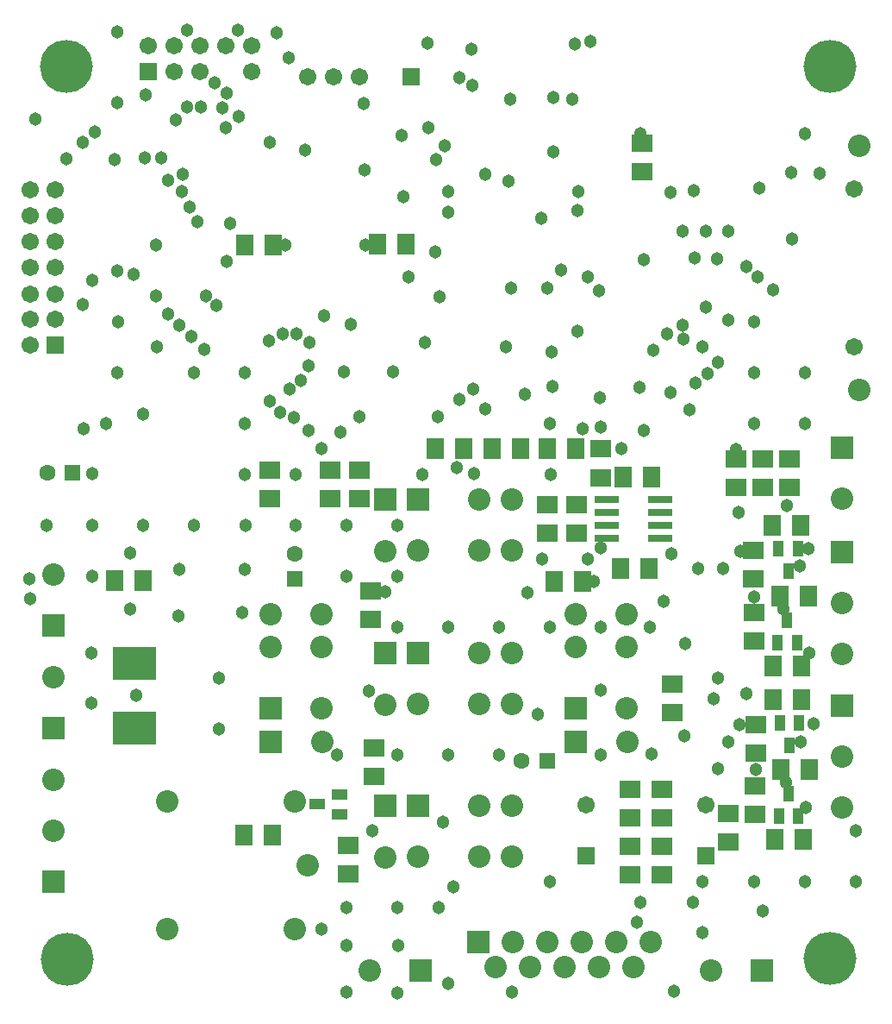
<source format=gts>
%FSLAX43Y43*%
%MOMM*%
G71*
G01*
G75*
%ADD10C,0.300*%
%ADD11R,1.800X1.600*%
%ADD12R,1.600X1.800*%
%ADD13R,4.000X3.000*%
%ADD14R,0.850X1.300*%
%ADD15R,1.300X0.850*%
%ADD16R,2.200X0.600*%
%ADD17R,2.200X0.600*%
%ADD18C,1.000*%
%ADD19C,0.400*%
%ADD20C,0.500*%
%ADD21C,0.800*%
%ADD22C,0.600*%
%ADD23C,2.000*%
%ADD24C,1.500*%
%ADD25R,1.400X1.400*%
%ADD26C,1.400*%
%ADD27C,5.000*%
%ADD28R,1.500X1.500*%
%ADD29C,1.500*%
%ADD30R,2.000X2.000*%
%ADD31C,1.100*%
%ADD32C,0.075*%
%ADD33R,1.600X2.100*%
%ADD34R,0.600X2.200*%
%ADD35R,0.600X2.200*%
%ADD36R,1.000X2.600*%
%ADD37R,10.200X7.300*%
%ADD38R,1.500X3.000*%
%ADD39R,12.200X9.300*%
%ADD40R,0.800X1.600*%
%ADD41R,1.600X2.800*%
%ADD42R,1.850X0.600*%
%ADD43R,1.700X2.200*%
%ADD44R,1.700X3.000*%
%ADD45R,1.700X2.800*%
%ADD46R,1.600X1.600*%
%ADD47C,1.500*%
%ADD48R,2.003X1.803*%
%ADD49R,1.803X2.003*%
%ADD50R,4.203X3.203*%
%ADD51R,1.053X1.503*%
%ADD52R,1.503X1.053*%
%ADD53R,2.403X0.803*%
%ADD54R,2.403X0.803*%
%ADD55C,2.203*%
%ADD56C,1.703*%
%ADD57R,1.603X1.603*%
%ADD58C,1.603*%
%ADD59C,5.203*%
%ADD60R,1.703X1.703*%
%ADD61C,1.703*%
%ADD62R,2.203X2.203*%
%ADD63C,1.303*%
D48*
X57507Y52188D02*
D03*
Y54988D02*
D03*
X35183Y25624D02*
D03*
X34883Y41024D02*
D03*
X33783Y52924D02*
D03*
X76011Y51200D02*
D03*
Y54000D02*
D03*
X72517Y36176D02*
D03*
Y38976D02*
D03*
X72483Y45024D02*
D03*
X72483Y42224D02*
D03*
X72667Y19126D02*
D03*
Y21926D02*
D03*
X72683Y27924D02*
D03*
X72683Y25124D02*
D03*
X33783Y50124D02*
D03*
X34883Y38224D02*
D03*
X24983Y52924D02*
D03*
X24983Y50124D02*
D03*
X35183Y22824D02*
D03*
X30907Y50088D02*
D03*
Y52888D02*
D03*
X32693Y16112D02*
D03*
X32693Y13312D02*
D03*
X61493Y85012D02*
D03*
X61493Y82212D02*
D03*
X52207Y46688D02*
D03*
Y49488D02*
D03*
X55107Y46688D02*
D03*
Y49488D02*
D03*
X70793Y54012D02*
D03*
X70793Y51212D02*
D03*
X70000Y19200D02*
D03*
Y16400D02*
D03*
X73407Y51188D02*
D03*
Y53988D02*
D03*
X64493Y31912D02*
D03*
X64493Y29112D02*
D03*
X63450Y13200D02*
D03*
Y16000D02*
D03*
X60343Y16012D02*
D03*
X60343Y13212D02*
D03*
X63443Y21612D02*
D03*
X63443Y18812D02*
D03*
X60343Y21612D02*
D03*
X60343Y18812D02*
D03*
D49*
X59688Y52193D02*
D03*
X62488Y52193D02*
D03*
X55724Y42017D02*
D03*
X75076Y40583D02*
D03*
X77876Y40583D02*
D03*
X77124Y47517D02*
D03*
X74324Y47517D02*
D03*
X75126Y23533D02*
D03*
X77926Y23533D02*
D03*
X77224Y30417D02*
D03*
X74424Y30417D02*
D03*
X52924Y42017D02*
D03*
X22395Y17091D02*
D03*
X25195D02*
D03*
X9688Y42093D02*
D03*
X12488D02*
D03*
X22488Y74993D02*
D03*
X25288Y74993D02*
D03*
X38312Y75106D02*
D03*
X35512D02*
D03*
X46788Y54993D02*
D03*
X49588Y54993D02*
D03*
X55012Y55007D02*
D03*
X52212Y55007D02*
D03*
X44012Y55007D02*
D03*
X41212Y55007D02*
D03*
X74388Y33693D02*
D03*
X77188Y33693D02*
D03*
X59388Y43293D02*
D03*
X62188Y43293D02*
D03*
X77338Y16643D02*
D03*
X74538Y16643D02*
D03*
D50*
X11694Y27591D02*
D03*
Y33941D02*
D03*
D51*
X76750Y35994D02*
D03*
X74850Y35994D02*
D03*
X75800Y38194D02*
D03*
X74950Y45206D02*
D03*
X76850Y45206D02*
D03*
X75900Y43006D02*
D03*
X76900Y18944D02*
D03*
X75000Y18944D02*
D03*
X75950Y21144D02*
D03*
X75050Y28106D02*
D03*
X76950Y28106D02*
D03*
X76000Y25906D02*
D03*
D52*
X31802Y21052D02*
D03*
X31802Y19152D02*
D03*
X29602Y20102D02*
D03*
D53*
X63300Y47465D02*
D03*
Y48735D02*
D03*
X63300Y50005D02*
D03*
X58100Y46195D02*
D03*
X58100Y47465D02*
D03*
Y48735D02*
D03*
X58100Y50005D02*
D03*
D54*
X63300Y46195D02*
D03*
D55*
X82896Y60812D02*
D03*
Y84712D02*
D03*
X68308Y3792D02*
D03*
X3700Y42700D02*
D03*
X81208Y50108D02*
D03*
X81204Y39899D02*
D03*
X81204Y34899D02*
D03*
X81204Y24799D02*
D03*
X81204Y19799D02*
D03*
X3700Y32600D02*
D03*
X34800Y3800D02*
D03*
X3699Y17499D02*
D03*
Y22499D02*
D03*
X27404Y20408D02*
D03*
X28704Y14108D02*
D03*
X14904Y20408D02*
D03*
Y7908D02*
D03*
X27404D02*
D03*
X39516Y29999D02*
D03*
X48766Y14997D02*
D03*
Y19997D02*
D03*
X30001Y29516D02*
D03*
X60003Y38766D02*
D03*
X55003D02*
D03*
X60001Y29516D02*
D03*
X55001Y35516D02*
D03*
X60001D02*
D03*
X60083Y26266D02*
D03*
X30003Y38766D02*
D03*
X25003D02*
D03*
X30083Y26266D02*
D03*
X30001Y35516D02*
D03*
X25001D02*
D03*
X39516Y14999D02*
D03*
X45516Y19999D02*
D03*
Y14999D02*
D03*
X36266Y14917D02*
D03*
X48766Y29997D02*
D03*
Y34997D02*
D03*
X36266Y29917D02*
D03*
X45516Y29999D02*
D03*
Y34999D02*
D03*
X39516Y44999D02*
D03*
X45516Y49999D02*
D03*
X45516Y44999D02*
D03*
X36266Y44917D02*
D03*
X48766Y49997D02*
D03*
Y44997D02*
D03*
X47122Y4104D02*
D03*
X48822Y6604D02*
D03*
X62422D02*
D03*
X50522Y4104D02*
D03*
X52222Y6604D02*
D03*
X53922Y4104D02*
D03*
X55622Y6604D02*
D03*
X57322Y4104D02*
D03*
X59022Y6604D02*
D03*
X60722Y4104D02*
D03*
D56*
X13000Y94540D02*
D03*
X15540Y92000D02*
D03*
Y94540D02*
D03*
X18080D02*
D03*
X20620D02*
D03*
X23160Y92000D02*
D03*
Y94540D02*
D03*
D57*
X52189Y24392D02*
D03*
X27392Y42211D02*
D03*
X5589Y52692D02*
D03*
D58*
X49689Y24392D02*
D03*
X27392Y44711D02*
D03*
X3089Y52692D02*
D03*
D59*
X5050Y4900D02*
D03*
X5000Y92500D02*
D03*
X80000D02*
D03*
X79950Y4950D02*
D03*
D60*
X67793Y15099D02*
D03*
X55993D02*
D03*
X38808Y91509D02*
D03*
X3896Y65212D02*
D03*
X13000Y92000D02*
D03*
D61*
X67793Y20099D02*
D03*
X55993D02*
D03*
X28648Y91509D02*
D03*
X31188D02*
D03*
X33728D02*
D03*
X1396Y65212D02*
D03*
X3896Y70212D02*
D03*
X1396D02*
D03*
Y67712D02*
D03*
X3896D02*
D03*
Y72812D02*
D03*
X1396D02*
D03*
X3896Y75312D02*
D03*
Y77912D02*
D03*
X1396D02*
D03*
X3896Y80412D02*
D03*
X1396D02*
D03*
X82396Y65012D02*
D03*
X18080Y92000D02*
D03*
X82396Y80512D02*
D03*
X1396Y75312D02*
D03*
D62*
X73308Y3792D02*
D03*
X3700Y37700D02*
D03*
X81208Y55108D02*
D03*
X81204Y44899D02*
D03*
X81204Y29799D02*
D03*
X3700Y27600D02*
D03*
X3699Y12499D02*
D03*
X39516Y34999D02*
D03*
X25001Y29516D02*
D03*
X55001D02*
D03*
X55003Y26266D02*
D03*
X25003D02*
D03*
X39516Y19999D02*
D03*
X36266Y19997D02*
D03*
Y34997D02*
D03*
X39516Y49999D02*
D03*
X36266Y49997D02*
D03*
X39800Y3800D02*
D03*
X45422Y6604D02*
D03*
D63*
X61400Y85950D02*
D03*
X70800Y54950D02*
D03*
X12550Y58400D02*
D03*
X64450Y44700D02*
D03*
X57450Y45300D02*
D03*
X71100Y27950D02*
D03*
X78350Y28050D02*
D03*
X78000Y35000D02*
D03*
X71200Y44950D02*
D03*
X77850Y45200D02*
D03*
X1400Y40300D02*
D03*
X6700Y57000D02*
D03*
X73050Y80600D02*
D03*
X71750Y72850D02*
D03*
X61493Y82200D02*
D03*
X34350Y75050D02*
D03*
X51650Y77600D02*
D03*
X75400Y39300D02*
D03*
X75648Y22251D02*
D03*
X77600Y19800D02*
D03*
X53550Y72550D02*
D03*
X55700Y56950D02*
D03*
X31900Y56650D02*
D03*
X66599Y80350D02*
D03*
X56450Y94950D02*
D03*
X26450Y75000D02*
D03*
X38100Y79750D02*
D03*
X66500Y10500D02*
D03*
X61400D02*
D03*
X43000Y12050D02*
D03*
X41950Y18400D02*
D03*
X11200Y39300D02*
D03*
Y44800D02*
D03*
X34700Y31200D02*
D03*
X59500Y55050D02*
D03*
X30300Y68050D02*
D03*
X30000Y55050D02*
D03*
X48400Y81250D02*
D03*
X48550Y89300D02*
D03*
X52835Y89515D02*
D03*
X52800Y84150D02*
D03*
X76249Y75601D02*
D03*
X77550Y85888D02*
D03*
X72850Y71850D02*
D03*
X76150Y82100D02*
D03*
X78950Y82000D02*
D03*
X74400Y70595D02*
D03*
X52650Y64500D02*
D03*
X52700Y61100D02*
D03*
X61300Y61000D02*
D03*
X68950Y32500D02*
D03*
X62600Y64700D02*
D03*
X67000Y43250D02*
D03*
X56800Y41950D02*
D03*
X48150Y65050D02*
D03*
X50300Y40900D02*
D03*
X36300Y41000D02*
D03*
X55150Y66550D02*
D03*
Y78400D02*
D03*
X42450Y78200D02*
D03*
X65600Y65800D02*
D03*
X66150Y58800D02*
D03*
X27350Y58050D02*
D03*
X40200Y65450D02*
D03*
X41500Y58200D02*
D03*
X33800Y58150D02*
D03*
X77050Y43500D02*
D03*
X77100Y26250D02*
D03*
X72683Y23500D02*
D03*
X72500Y40500D02*
D03*
X28850Y65450D02*
D03*
X28000Y61700D02*
D03*
X66800Y61500D02*
D03*
X70000Y26250D02*
D03*
X67950Y62400D02*
D03*
X69500Y43250D02*
D03*
X68950Y63500D02*
D03*
X38600Y71900D02*
D03*
X28450Y84300D02*
D03*
X20700Y73400D02*
D03*
X32900Y67200D02*
D03*
X73350Y9650D02*
D03*
X43300Y53200D02*
D03*
X41650Y69950D02*
D03*
X65500Y76400D02*
D03*
Y67150D02*
D03*
X70000Y76350D02*
D03*
Y67600D02*
D03*
X67800Y76350D02*
D03*
Y68950D02*
D03*
X40450Y94800D02*
D03*
X40550Y86550D02*
D03*
X18150Y88550D02*
D03*
X16800D02*
D03*
X20750Y89900D02*
D03*
X12750Y89750D02*
D03*
X12700Y83600D02*
D03*
X14300Y83550D02*
D03*
X11550Y72100D02*
D03*
X7800Y86100D02*
D03*
X7550Y71500D02*
D03*
X6600Y69200D02*
D03*
Y85050D02*
D03*
X17850Y77300D02*
D03*
X18500Y64800D02*
D03*
X17100Y78750D02*
D03*
X17250Y66000D02*
D03*
X16300Y80250D02*
D03*
X16100Y67150D02*
D03*
X15000Y81350D02*
D03*
Y68250D02*
D03*
X57300Y70550D02*
D03*
X25650Y95800D02*
D03*
X21950Y87600D02*
D03*
X56200Y71900D02*
D03*
X54900Y94750D02*
D03*
X26800Y93400D02*
D03*
X20650Y86500D02*
D03*
X43550Y91400D02*
D03*
X43600Y59850D02*
D03*
X25000Y59700D02*
D03*
X24900Y65600D02*
D03*
X44850Y90700D02*
D03*
X44900Y60900D02*
D03*
X46150Y81950D02*
D03*
X46100Y58900D02*
D03*
X25950Y58550D02*
D03*
X26250Y66250D02*
D03*
X27600Y66300D02*
D03*
X26900Y60900D02*
D03*
X44750Y94200D02*
D03*
X19550Y90950D02*
D03*
X18700Y70050D02*
D03*
X19700Y69100D02*
D03*
X20300Y88450D02*
D03*
X42150Y84750D02*
D03*
X42500Y80250D02*
D03*
X55250D02*
D03*
X54650Y89350D02*
D03*
X41300Y83400D02*
D03*
X64000Y66300D02*
D03*
X64350Y80200D02*
D03*
X1350Y42200D02*
D03*
X30000Y7908D02*
D03*
X41250Y74300D02*
D03*
X48650Y70750D02*
D03*
X52250D02*
D03*
X61699Y73550D02*
D03*
X57500Y57150D02*
D03*
X57350Y60050D02*
D03*
X82500Y12500D02*
D03*
X77500Y12500D02*
D03*
X72500D02*
D03*
X82500Y17500D02*
D03*
X67500Y7500D02*
D03*
X67499Y12500D02*
D03*
X64699Y1750D02*
D03*
X61050Y8550D02*
D03*
X52500Y12500D02*
D03*
X48750Y1700D02*
D03*
X42500Y2500D02*
D03*
X37500Y1600D02*
D03*
X37550Y6300D02*
D03*
X32500Y6250D02*
D03*
Y1650D02*
D03*
Y10000D02*
D03*
X37500Y10000D02*
D03*
X41550D02*
D03*
X35000Y17500D02*
D03*
X37500Y25000D02*
D03*
X42500Y25000D02*
D03*
X47500Y25000D02*
D03*
X31550D02*
D03*
X20000Y27500D02*
D03*
Y32500D02*
D03*
X22250Y38900D02*
D03*
X15950Y38600D02*
D03*
X16050Y43200D02*
D03*
X22500Y43200D02*
D03*
X22550Y47500D02*
D03*
X17500Y47500D02*
D03*
X12500D02*
D03*
X7500Y47500D02*
D03*
Y52550D02*
D03*
X8900Y57500D02*
D03*
X7500Y42500D02*
D03*
X7450Y35000D02*
D03*
X11800Y30850D02*
D03*
X7450Y30050D02*
D03*
X3000Y47500D02*
D03*
X27500D02*
D03*
X27500Y52500D02*
D03*
X32500Y47500D02*
D03*
Y42500D02*
D03*
X37500Y47500D02*
D03*
Y42500D02*
D03*
Y37500D02*
D03*
X42500Y37500D02*
D03*
X47500Y37500D02*
D03*
X52500D02*
D03*
X57499Y37500D02*
D03*
X62300D02*
D03*
X62500Y25050D02*
D03*
X57500Y25000D02*
D03*
X51300Y28950D02*
D03*
X57450Y31300D02*
D03*
X65699Y26850D02*
D03*
X68599Y30450D02*
D03*
X68950Y23650D02*
D03*
X71799Y31000D02*
D03*
X65750Y35850D02*
D03*
X63650Y40000D02*
D03*
X56199Y44150D02*
D03*
X51750Y44200D02*
D03*
X71050Y48800D02*
D03*
X75750Y49400D02*
D03*
X61700Y56800D02*
D03*
X64350Y60550D02*
D03*
X72500Y57450D02*
D03*
X77499Y57500D02*
D03*
X72500Y62500D02*
D03*
Y67500D02*
D03*
X77500Y62500D02*
D03*
X66699Y73700D02*
D03*
X68899Y73650D02*
D03*
X67500Y65000D02*
D03*
X52500Y57500D02*
D03*
X50000Y60400D02*
D03*
X52550Y52450D02*
D03*
X45000Y52550D02*
D03*
X39950Y52500D02*
D03*
X22500Y52500D02*
D03*
Y57450D02*
D03*
X28750Y56800D02*
D03*
X32250Y62550D02*
D03*
X37050D02*
D03*
X28800Y63150D02*
D03*
X22500Y62500D02*
D03*
X17500D02*
D03*
X10000D02*
D03*
X10050Y67500D02*
D03*
X10000Y72500D02*
D03*
X13800Y75000D02*
D03*
Y70000D02*
D03*
X13850Y65000D02*
D03*
X9700Y83350D02*
D03*
X4950Y83450D02*
D03*
X1950Y87400D02*
D03*
X9950Y89000D02*
D03*
X10000Y95950D02*
D03*
X16800Y96050D02*
D03*
X21850D02*
D03*
X15700Y87250D02*
D03*
X21100Y77150D02*
D03*
X16400Y81950D02*
D03*
X34250Y82400D02*
D03*
X37950Y85750D02*
D03*
X34200Y88900D02*
D03*
X25000Y85050D02*
D03*
M02*

</source>
